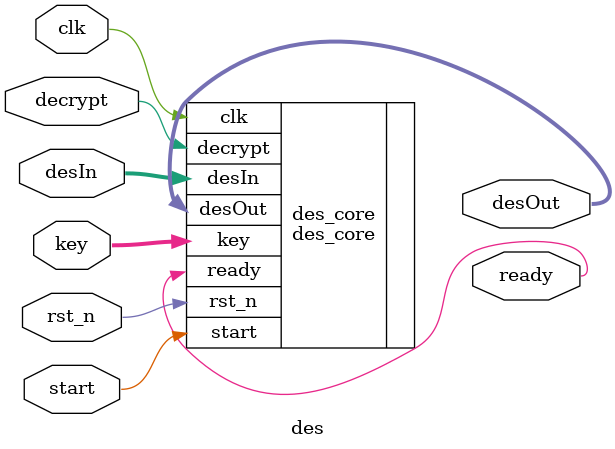
<source format=v>

`timescale 1ns/100ps 

module des (
  clk,
  rst_n,
  desIn, 
  key, 
  decrypt,
  start,
  desOut,
  ready
);

  input           clk;
  input           rst_n;
  input  [1:64]   desIn;
  input  [1:64]   key;
  input           decrypt;
  input           start;
  output [1:64]   desOut;
  output          ready;

  des_core des_core(
	 .clk(clk),
	 .rst_n(rst_n),
	 .desIn(desIn),
	 .key(key),
	 .decrypt(decrypt),
	 .start(start),
	 .desOut(desOut),
	 .ready(ready)
  );
  
endmodule

</source>
